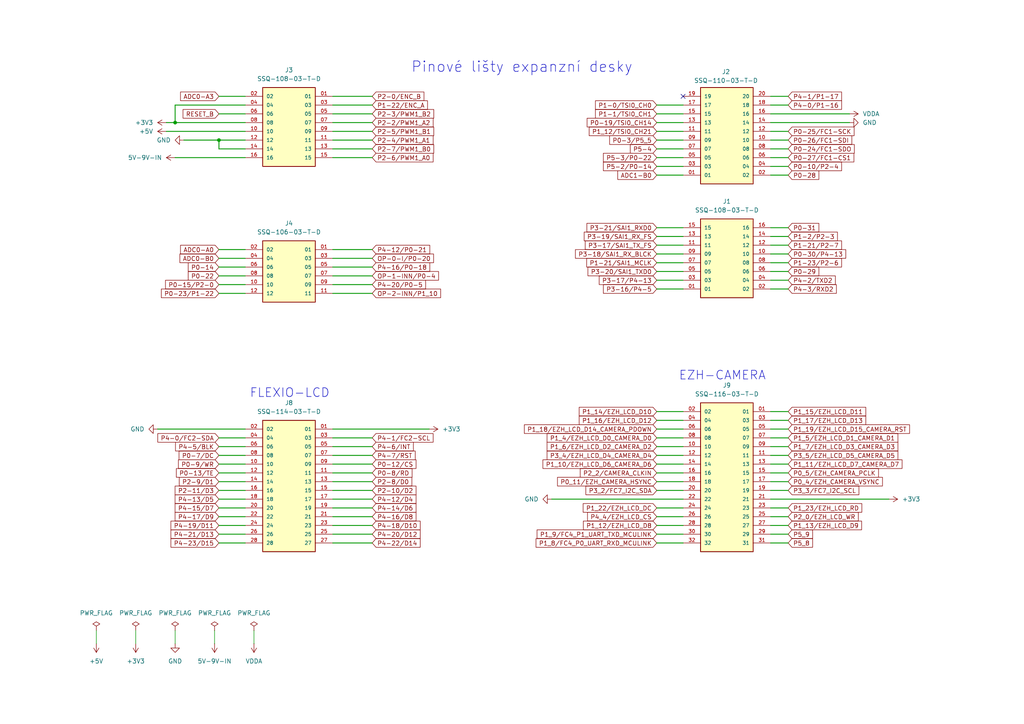
<source format=kicad_sch>
(kicad_sch (version 20231120) (generator "eeschema") (generator_version "8.0")
  (paper "A4")
  (title_block (title "Data Logger Expansion Shield") (date "2025-02-26") (rev "1.2") (company "Tomáš Dolák") (comment 1 "Bakaláská práce: Digitální záznamová jednotka s prevencí ztráty dat při výpadku napájení") (comment 2 "Failure") (comment 3 "Digital Data Logger with Information Loss Prevention in Case of Power"))
  (lib_symbols
    (symbol "SSQ-xxx-03-T-D:SSQ-106-03-T-D" (pin_names (offset 1.016))
      (property "Reference" "J" (at -8.12 10.16 0))
      (property "Value" "SSQ-106-03-T-D" (at -7.62 -10.16 0))
      (symbol "SSQ-106-03-T-D_0_0"
        (rectangle (start -7.62 -7.62) (end 7.62 10.16) (stroke (width 0.254)) (fill (type background)))
        (pin passive line (at -12.7 7.62 0) (length 5.08) (name "01") (number "01"))
        (pin passive line (at 12.7 7.62 180) (length 5.08) (name "02") (number "02"))
        (pin passive line (at -12.7 5.08 0) (length 5.08) (name "03") (number "03"))
        (pin passive line (at 12.7 5.08 180) (length 5.08) (name "04") (number "04"))
        (pin passive line (at -12.7 2.54 0) (length 5.08) (name "05") (number "05"))
        (pin passive line (at 12.7 2.54 180) (length 5.08) (name "06") (number "06"))
        (pin passive line (at -12.7 0 0) (length 5.08) (name "07") (number "07"))
        (pin passive line (at 12.7 0 180) (length 5.08) (name "08") (number "08"))
        (pin passive line (at -12.7 -2.54 0) (length 5.08) (name "09") (number "09"))
        (pin passive line (at 12.7 -2.54 180) (length 5.08) (name "10") (number "10"))
        (pin passive line (at -12.7 -5.08 0) (length 5.08) (name "11") (number "11"))
        (pin passive line (at 12.7 -5.08 180) (length 5.08) (name "12") (number "12"))
      )
    )
    (symbol "SSQ-xxx-03-T-D:SSQ-108-XX-X-D" (pin_names (offset 1.016))
      (property "Reference" "J" (at -7.62 10.922 0))
      (property "Value" "SSQ-108-XX-X-D" (at -7.62 -13.462 0))
      (symbol "SSQ-108-XX-X-D_0_0"
        (rectangle (start -7.62 -12.7) (end 7.62 10.16) (stroke (width 0.254)) (fill (type background)))
        (pin passive line (at -12.7 7.62 0) (length 5.08) (name "01") (number "01"))
        (pin passive line (at 12.7 7.62 180) (length 5.08) (name "02") (number "02"))
        (pin passive line (at -12.7 5.08 0) (length 5.08) (name "03") (number "03"))
        (pin passive line (at 12.7 5.08 180) (length 5.08) (name "04") (number "04"))
        (pin passive line (at -12.7 2.54 0) (length 5.08) (name "05") (number "05"))
        (pin passive line (at 12.7 2.54 180) (length 5.08) (name "06") (number "06"))
        (pin passive line (at -12.7 0 0) (length 5.08) (name "07") (number "07"))
        (pin passive line (at 12.7 0 180) (length 5.08) (name "08") (number "08"))
        (pin passive line (at -12.7 -2.54 0) (length 5.08) (name "09") (number "09"))
        (pin passive line (at 12.7 -2.54 180) (length 5.08) (name "10") (number "10"))
        (pin passive line (at -12.7 -5.08 0) (length 5.08) (name "11") (number "11"))
        (pin passive line (at 12.7 -5.08 180) (length 5.08) (name "12") (number "12"))
        (pin passive line (at -12.7 -7.62 0) (length 5.08) (name "13") (number "13"))
        (pin passive line (at 12.7 -7.62 180) (length 5.08) (name "14") (number "14"))
        (pin passive line (at -12.7 -10.16 0) (length 5.08) (name "15") (number "15"))
        (pin passive line (at 12.7 -10.16 180) (length 5.08) (name "16") (number "16"))
      )
    )
    (symbol "SSQ-xxx-03-T-D:SSQ-110-03-T-D" (pin_names (offset 1.016))
      (property "Reference" "J" (at -8.12 15.24 0))
      (property "Value" "SSQ-110-03-T-D" (at -7.62 -15.24 0))
      (symbol "SSQ-110-03-T-D_0_0"
        (rectangle (start -7.62 -12.7) (end 7.62 15.24) (stroke (width 0.254)) (fill (type background)))
        (pin passive line (at -12.7 12.7 0) (length 5.08) (name "01") (number "01"))
        (pin passive line (at 12.7 12.7 180) (length 5.08) (name "02") (number "02"))
        (pin passive line (at -12.7 10.16 0) (length 5.08) (name "03") (number "03"))
        (pin passive line (at 12.7 10.16 180) (length 5.08) (name "04") (number "04"))
        (pin passive line (at -12.7 7.62 0) (length 5.08) (name "05") (number "05"))
        (pin passive line (at 12.7 7.62 180) (length 5.08) (name "06") (number "06"))
        (pin passive line (at -12.7 5.08 0) (length 5.08) (name "07") (number "07"))
        (pin passive line (at 12.7 5.08 180) (length 5.08) (name "08") (number "08"))
        (pin passive line (at -12.7 2.54 0) (length 5.08) (name "09") (number "09"))
        (pin passive line (at 12.7 2.54 180) (length 5.08) (name "10") (number "10"))
        (pin passive line (at -12.7 0 0) (length 5.08) (name "11") (number "11"))
        (pin passive line (at 12.7 0 180) (length 5.08) (name "12") (number "12"))
        (pin passive line (at -12.7 -2.54 0) (length 5.08) (name "13") (number "13"))
        (pin passive line (at 12.7 -2.54 180) (length 5.08) (name "14") (number "14"))
        (pin passive line (at -12.7 -5.08 0) (length 5.08) (name "15") (number "15"))
        (pin passive line (at 12.7 -5.08 180) (length 5.08) (name "16") (number "16"))
        (pin passive line (at -12.7 -7.62 0) (length 5.08) (name "17") (number "17"))
        (pin passive line (at 12.7 -7.62 180) (length 5.08) (name "18") (number "18"))
        (pin passive line (at -12.7 -10.16 0) (length 5.08) (name "19") (number "19"))
        (pin passive line (at 12.7 -10.16 180) (length 5.08) (name "20") (number "20"))
      )
    )
    (symbol "SSQ-xxx-03-T-D:SSQ-114-03-T-D" (pin_names (offset 1.016))
      (property "Reference" "J" (at -8.12 20.32 0))
      (property "Value" "SSQ-114-03-T-D" (at -7.62 -20.32 0))
      (symbol "SSQ-114-03-T-D_0_0"
        (rectangle (start -7.62 -17.78) (end 7.62 20.32) (stroke (width 0.254)) (fill (type background)))
        (pin passive line (at -12.7 17.78 0) (length 5.08) (name "01") (number "01"))
        (pin passive line (at 12.7 17.78 180) (length 5.08) (name "02") (number "02"))
        (pin passive line (at -12.7 15.24 0) (length 5.08) (name "03") (number "03"))
        (pin passive line (at 12.7 15.24 180) (length 5.08) (name "04") (number "04"))
        (pin passive line (at -12.7 12.7 0) (length 5.08) (name "05") (number "05"))
        (pin passive line (at 12.7 12.7 180) (length 5.08) (name "06") (number "06"))
        (pin passive line (at -12.7 10.16 0) (length 5.08) (name "07") (number "07"))
        (pin passive line (at 12.7 10.16 180) (length 5.08) (name "08") (number "08"))
        (pin passive line (at -12.7 7.62 0) (length 5.08) (name "09") (number "09"))
        (pin passive line (at 12.7 7.62 180) (length 5.08) (name "10") (number "10"))
        (pin passive line (at -12.7 5.08 0) (length 5.08) (name "11") (number "11"))
        (pin passive line (at 12.7 5.08 180) (length 5.08) (name "12") (number "12"))
        (pin passive line (at -12.7 2.54 0) (length 5.08) (name "13") (number "13"))
        (pin passive line (at 12.7 2.54 180) (length 5.08) (name "14") (number "14"))
        (pin passive line (at -12.7 0 0) (length 5.08) (name "15") (number "15"))
        (pin passive line (at 12.7 0 180) (length 5.08) (name "16") (number "16"))
        (pin passive line (at -12.7 -2.54 0) (length 5.08) (name "17") (number "17"))
        (pin passive line (at 12.7 -2.54 180) (length 5.08) (name "18") (number "18"))
        (pin passive line (at -12.7 -5.08 0) (length 5.08) (name "19") (number "19"))
        (pin passive line (at 12.7 -5.08 180) (length 5.08) (name "20") (number "20"))
        (pin passive line (at -12.7 -7.62 0) (length 5.08) (name "21") (number "21"))
        (pin passive line (at 12.7 -7.62 180) (length 5.08) (name "22") (number "22"))
        (pin passive line (at -12.7 -10.16 0) (length 5.08) (name "23") (number "23"))
        (pin passive line (at 12.7 -10.16 180) (length 5.08) (name "24") (number "24"))
        (pin passive line (at -12.7 -12.7 0) (length 5.08) (name "25") (number "25"))
        (pin passive line (at 12.7 -12.7 180) (length 5.08) (name "26") (number "26"))
        (pin passive line (at -12.7 -15.24 0) (length 5.08) (name "27") (number "27"))
        (pin passive line (at 12.7 -15.24 180) (length 5.08) (name "28") (number "28"))
      )
    )
    (symbol "SSQ-xxx-03-T-D:SSQ-116-XX-X-D" (pin_names (offset 1.016))
      (property "Reference" "J" (at -7.62 21.082 0))
      (property "Value" "SSQ-116-XX-X-D" (at -7.62 -23.622 0))
      (symbol "SSQ-116-XX-X-D_0_0"
        (rectangle (start -7.62 -22.86) (end 7.62 20.32) (stroke (width 0.254)) (fill (type background)))
        (pin passive line (at -12.7 17.78 0) (length 5.08) (name "01") (number "01"))
        (pin passive line (at 12.7 17.78 180) (length 5.08) (name "02") (number "02"))
        (pin passive line (at -12.7 15.24 0) (length 5.08) (name "03") (number "03"))
        (pin passive line (at 12.7 15.24 180) (length 5.08) (name "04") (number "04"))
        (pin passive line (at -12.7 12.7 0) (length 5.08) (name "05") (number "05"))
        (pin passive line (at 12.7 12.7 180) (length 5.08) (name "06") (number "06"))
        (pin passive line (at -12.7 10.16 0) (length 5.08) (name "07") (number "07"))
        (pin passive line (at 12.7 10.16 180) (length 5.08) (name "08") (number "08"))
        (pin passive line (at -12.7 7.62 0) (length 5.08) (name "09") (number "09"))
        (pin passive line (at 12.7 7.62 180) (length 5.08) (name "10") (number "10"))
        (pin passive line (at -12.7 5.08 0) (length 5.08) (name "11") (number "11"))
        (pin passive line (at 12.7 5.08 180) (length 5.08) (name "12") (number "12"))
        (pin passive line (at -12.7 2.54 0) (length 5.08) (name "13") (number "13"))
        (pin passive line (at 12.7 2.54 180) (length 5.08) (name "14") (number "14"))
        (pin passive line (at -12.7 0 0) (length 5.08) (name "15") (number "15"))
        (pin passive line (at 12.7 0 180) (length 5.08) (name "16") (number "16"))
        (pin passive line (at -12.7 -2.54 0) (length 5.08) (name "17") (number "17"))
        (pin passive line (at 12.7 -2.54 180) (length 5.08) (name "18") (number "18"))
        (pin passive line (at -12.7 -5.08 0) (length 5.08) (name "19") (number "19"))
        (pin passive line (at 12.7 -5.08 180) (length 5.08) (name "20") (number "20"))
        (pin passive line (at -12.7 -7.62 0) (length 5.08) (name "21") (number "21"))
        (pin passive line (at 12.7 -7.62 180) (length 5.08) (name "22") (number "22"))
        (pin passive line (at -12.7 -10.16 0) (length 5.08) (name "23") (number "23"))
        (pin passive line (at 12.7 -10.16 180) (length 5.08) (name "24") (number "24"))
        (pin passive line (at -12.7 -12.7 0) (length 5.08) (name "25") (number "25"))
        (pin passive line (at 12.7 -12.7 180) (length 5.08) (name "26") (number "26"))
        (pin passive line (at -12.7 -15.24 0) (length 5.08) (name "27") (number "27"))
        (pin passive line (at 12.7 -15.24 180) (length 5.08) (name "28") (number "28"))
        (pin passive line (at -12.7 -17.78 0) (length 5.08) (name "29") (number "29"))
        (pin passive line (at 12.7 -17.78 180) (length 5.08) (name "30") (number "30"))
        (pin passive line (at -12.7 -20.32 0) (length 5.08) (name "31") (number "31"))
        (pin passive line (at 12.7 -20.32 180) (length 5.08) (name "32") (number "32"))
      )
    )
    (symbol "power:+3V3" (power) (pin_numbers hide) (pin_names (offset 0) hide)
      (property "Value" "+3V3" (at 0 3.556 0))
      (symbol "+3V3_0_1"
        (polyline (pts (xy -0.762 1.27) (xy 0 2.54)))
        (polyline (pts (xy 0 0) (xy 0 2.54)))
        (polyline (pts (xy 0 2.54) (xy 0.762 1.27)))
      )
      (symbol "+3V3_1_1"
        (pin power_in line (at 0 0 90) (length 0) (name "~") (number "1"))
      )
    )
    (symbol "power:+5V" (power) (pin_numbers hide) (pin_names (offset 0) hide)
      (property "Value" "+5V" (at 0 3.556 0))
      (symbol "+5V_0_1"
        (polyline (pts (xy -0.762 1.27) (xy 0 2.54)))
        (polyline (pts (xy 0 0) (xy 0 2.54)))
        (polyline (pts (xy 0 2.54) (xy 0.762 1.27)))
      )
      (symbol "+5V_1_1"
        (pin power_in line (at 0 0 90) (length 0) (name "~") (number "1"))
      )
    )
    (symbol "power:+VSW" (power) (pin_numbers hide) (pin_names (offset 0) hide)
      (property "Value" "+VSW" (at 0 3.556 0))
      (symbol "+VSW_0_1"
        (polyline (pts (xy -0.762 1.27) (xy 0 2.54)))
        (polyline (pts (xy 0 0) (xy 0 2.54)))
        (polyline (pts (xy 0 2.54) (xy 0.762 1.27)))
      )
      (symbol "+VSW_1_1"
        (pin power_in line (at 0 0 90) (length 0) (name "~") (number "1"))
      )
    )
    (symbol "power:GND" (power) (pin_numbers hide) (pin_names (offset 0) hide)
      (property "Value" "GND" (at 0 -3.81 0))
      (symbol "GND_0_1"
        (polyline (pts (xy 0 0) (xy 0 -1.27) (xy 1.27 -1.27) (xy 0 -2.54) (xy -1.27 -1.27) (xy 0 -1.27)))
      )
      (symbol "GND_1_1"
        (pin power_in line (at 0 0 270) (length 0) (name "~") (number "1"))
      )
    )
    (symbol "power:PWR_FLAG" (power) (pin_numbers hide) (pin_names (offset 0) hide)
      (property "Value" "PWR_FLAG" (at 0 3.81 0))
      (symbol "PWR_FLAG_0_0"
        (pin power_out line (at 0 0 90) (length 0) (name "~") (number "1"))
      )
      (symbol "PWR_FLAG_0_1"
        (polyline (pts (xy 0 0) (xy 0 1.27) (xy -1.016 1.905) (xy 0 2.54) (xy 1.016 1.905) (xy 0 1.27)))
      )
    )
  )
  (junction (at 50.8 35.56))
  (junction (at 63.5 40.64))
  (no_connect (at 198.12 27.94))
  (wire (pts (xy 190.5 45.72) (xy 198.12 45.72)) (stroke (width 0.254)))
  (wire (pts (xy 223.52 33.02) (xy 246.38 33.02)) (stroke (width 0.254)))
  (wire (pts (xy 223.52 144.78) (xy 257.81 144.78)) (stroke (width 0.254)))
  (wire (pts (xy 190.5 157.48) (xy 198.12 157.48)) (stroke (width 0.254)))
  (wire (pts (xy 190.5 147.32) (xy 198.12 147.32)) (stroke (width 0.254)))
  (wire (pts (xy 71.12 33.02) (xy 63.5 33.02)) (stroke (width 0.254)))
  (wire (pts (xy 63.5 147.32) (xy 71.12 147.32)) (stroke (width 0.254)))
  (wire (pts (xy 71.12 74.93) (xy 63.5 74.93)) (stroke (width 0.254)))
  (wire (pts (xy 223.52 129.54) (xy 228.6 129.54)) (stroke (width 0.254)))
  (wire (pts (xy 190.5 121.92) (xy 198.12 121.92)) (stroke (width 0.254)))
  (wire (pts (xy 71.12 124.46) (xy 45.72 124.46)) (stroke (width 0.254)))
  (wire (pts (xy 223.52 147.32) (xy 228.6 147.32)) (stroke (width 0.254)))
  (wire (pts (xy 71.12 35.56) (xy 50.8 35.56)) (stroke (width 0.254)))
  (wire (pts (xy 96.52 30.48) (xy 107.95 30.48)) (stroke (width 0.254)))
  (wire (pts (xy 63.5 134.62) (xy 71.12 134.62)) (stroke (width 0.254)))
  (wire (pts (xy 190.5 81.28) (xy 198.12 81.28)) (stroke (width 0.254)))
  (wire (pts (xy 96.52 124.46) (xy 124.46 124.46)) (stroke (width 0.254)))
  (wire (pts (xy 96.52 85.09) (xy 107.95 85.09)) (stroke (width 0.254)))
  (wire (pts (xy 223.52 48.26) (xy 228.6 48.26)) (stroke (width 0.254)))
  (wire (pts (xy 190.5 48.26) (xy 198.12 48.26)) (stroke (width 0.254)))
  (wire (pts (xy 96.52 129.54) (xy 107.95 129.54)) (stroke (width 0.254)))
  (wire (pts (xy 96.52 40.64) (xy 107.95 40.64)) (stroke (width 0.254)))
  (wire (pts (xy 190.5 76.2) (xy 198.12 76.2)) (stroke (width 0.254)))
  (wire (pts (xy 96.52 132.08) (xy 107.95 132.08)) (stroke (width 0.254)))
  (wire (pts (xy 96.52 38.1) (xy 107.95 38.1)) (stroke (width 0.254)))
  (wire (pts (xy 190.5 134.62) (xy 198.12 134.62)) (stroke (width 0.254)))
  (wire (pts (xy 71.12 80.01) (xy 63.5 80.01)) (stroke (width 0.254)))
  (wire (pts (xy 223.52 124.46) (xy 228.6 124.46)) (stroke (width 0.254)))
  (wire (pts (xy 96.52 142.24) (xy 107.95 142.24)) (stroke (width 0.254)))
  (wire (pts (xy 190.5 142.24) (xy 198.12 142.24)) (stroke (width 0.254)))
  (wire (pts (xy 71.12 72.39) (xy 63.5 72.39)) (stroke (width 0.254)))
  (wire (pts (xy 96.52 43.18) (xy 107.95 43.18)) (stroke (width 0.254)))
  (wire (pts (xy 63.5 40.64) (xy 53.34 40.64)) (stroke (width 0.254)))
  (wire (pts (xy 223.52 38.1) (xy 228.6 38.1)) (stroke (width 0.254)))
  (wire (pts (xy 71.12 30.48) (xy 50.8 30.48)) (stroke (width 0.254)))
  (wire (pts (xy 96.52 137.16) (xy 107.95 137.16)) (stroke (width 0.254)))
  (wire (pts (xy 71.12 85.09) (xy 63.5 85.09)) (stroke (width 0.254)))
  (wire (pts (xy 223.52 142.24) (xy 228.6 142.24)) (stroke (width 0.254)))
  (wire (pts (xy 190.5 124.46) (xy 198.12 124.46)) (stroke (width 0.254)))
  (wire (pts (xy 223.52 127) (xy 228.6 127)) (stroke (width 0.254)))
  (wire (pts (xy 223.52 68.58) (xy 228.6 68.58)) (stroke (width 0.254)))
  (wire (pts (xy 190.5 33.02) (xy 198.12 33.02)) (stroke (width 0.254)))
  (wire (pts (xy 223.52 149.86) (xy 228.6 149.86)) (stroke (width 0.254)))
  (wire (pts (xy 96.52 35.56) (xy 107.95 35.56)) (stroke (width 0.254)))
  (wire (pts (xy 160.02 144.78) (xy 198.12 144.78)) (stroke (width 0.254)))
  (wire (pts (xy 223.52 134.62) (xy 228.6 134.62)) (stroke (width 0.254)))
  (wire (pts (xy 63.5 149.86) (xy 71.12 149.86)) (stroke (width 0.254)))
  (wire (pts (xy 223.52 78.74) (xy 228.6 78.74)) (stroke (width 0.254)))
  (wire (pts (xy 96.52 74.93) (xy 107.95 74.93)) (stroke (width 0.254)))
  (wire (pts (xy 223.52 132.08) (xy 228.6 132.08)) (stroke (width 0.254)))
  (wire (pts (xy 223.52 43.18) (xy 228.6 43.18)) (stroke (width 0.254)))
  (wire (pts (xy 223.52 76.2) (xy 228.6 76.2)) (stroke (width 0.254)))
  (wire (pts (xy 63.5 132.08) (xy 71.12 132.08)) (stroke (width 0.254)))
  (wire (pts (xy 71.12 77.47) (xy 63.5 77.47)) (stroke (width 0.254)))
  (wire (pts (xy 190.5 38.1) (xy 198.12 38.1)) (stroke (width 0.254)))
  (wire (pts (xy 63.5 129.54) (xy 71.12 129.54)) (stroke (width 0.254)))
  (wire (pts (xy 190.5 68.58) (xy 198.12 68.58)) (stroke (width 0.254)))
  (wire (pts (xy 190.5 149.86) (xy 198.12 149.86)) (stroke (width 0.254)))
  (wire (pts (xy 62.23 182.88) (xy 62.23 186.69)))
  (wire (pts (xy 71.12 40.64) (xy 63.5 40.64)) (stroke (width 0.254)))
  (wire (pts (xy 223.52 121.92) (xy 228.6 121.92)) (stroke (width 0.254)))
  (wire (pts (xy 63.5 142.24) (xy 71.12 142.24)) (stroke (width 0.254)))
  (wire (pts (xy 190.5 132.08) (xy 198.12 132.08)) (stroke (width 0.254)))
  (wire (pts (xy 63.5 139.7) (xy 71.12 139.7)) (stroke (width 0.254)))
  (wire (pts (xy 73.66 182.88) (xy 73.66 186.69)))
  (wire (pts (xy 223.52 73.66) (xy 228.6 73.66)) (stroke (width 0.254)))
  (wire (pts (xy 223.52 154.94) (xy 228.6 154.94)) (stroke (width 0.254)))
  (wire (pts (xy 63.5 157.48) (xy 71.12 157.48)) (stroke (width 0.254)))
  (wire (pts (xy 96.52 45.72) (xy 107.95 45.72)) (stroke (width 0.254)))
  (wire (pts (xy 223.52 66.04) (xy 228.6 66.04)) (stroke (width 0.254)))
  (wire (pts (xy 27.94 186.69) (xy 27.94 182.88)))
  (wire (pts (xy 63.5 127) (xy 71.12 127)) (stroke (width 0.254)))
  (wire (pts (xy 63.5 43.18) (xy 63.5 40.64)) (stroke (width 0.254)))
  (wire (pts (xy 223.52 30.48) (xy 228.6 30.48)) (stroke (width 0.254)))
  (wire (pts (xy 223.52 40.64) (xy 228.6 40.64)) (stroke (width 0.254)))
  (wire (pts (xy 96.52 154.94) (xy 107.95 154.94)) (stroke (width 0.254)))
  (wire (pts (xy 223.52 139.7) (xy 228.6 139.7)) (stroke (width 0.254)))
  (wire (pts (xy 190.5 66.04) (xy 198.12 66.04)) (stroke (width 0.254)))
  (wire (pts (xy 223.52 83.82) (xy 228.6 83.82)) (stroke (width 0.254)))
  (wire (pts (xy 96.52 152.4) (xy 107.95 152.4)) (stroke (width 0.254)))
  (wire (pts (xy 63.5 144.78) (xy 71.12 144.78)) (stroke (width 0.254)))
  (wire (pts (xy 50.8 182.88) (xy 50.8 186.69)))
  (wire (pts (xy 223.52 35.56) (xy 246.38 35.56)) (stroke (width 0.254)))
  (wire (pts (xy 71.12 27.94) (xy 63.5 27.94)) (stroke (width 0.254)))
  (wire (pts (xy 190.5 83.82) (xy 198.12 83.82)) (stroke (width 0.254)))
  (wire (pts (xy 190.5 139.7) (xy 198.12 139.7)) (stroke (width 0.254)))
  (wire (pts (xy 223.52 45.72) (xy 228.6 45.72)) (stroke (width 0.254)))
  (wire (pts (xy 190.5 71.12) (xy 198.12 71.12)) (stroke (width 0.254)))
  (wire (pts (xy 223.52 50.8) (xy 228.6 50.8)) (stroke (width 0.254)))
  (wire (pts (xy 96.52 77.47) (xy 107.95 77.47)) (stroke (width 0.254)))
  (wire (pts (xy 190.5 50.8) (xy 198.12 50.8)) (stroke (width 0.254)))
  (wire (pts (xy 96.52 27.94) (xy 107.95 27.94)) (stroke (width 0.254)))
  (wire (pts (xy 190.5 137.16) (xy 198.12 137.16)) (stroke (width 0.254)))
  (wire (pts (xy 223.52 152.4) (xy 228.6 152.4)) (stroke (width 0.254)))
  (wire (pts (xy 223.52 81.28) (xy 228.6 81.28)) (stroke (width 0.254)))
  (wire (pts (xy 50.8 30.48) (xy 50.8 35.56)) (stroke (width 0.254)))
  (wire (pts (xy 190.5 154.94) (xy 198.12 154.94)) (stroke (width 0.254)))
  (wire (pts (xy 71.12 43.18) (xy 63.5 43.18)) (stroke (width 0.254)))
  (wire (pts (xy 48.26 38.1) (xy 71.12 38.1)) (stroke (width 0.254)))
  (wire (pts (xy 190.5 43.18) (xy 198.12 43.18)) (stroke (width 0.254)))
  (wire (pts (xy 96.52 139.7) (xy 107.95 139.7)) (stroke (width 0.254)))
  (wire (pts (xy 190.5 40.64) (xy 198.12 40.64)) (stroke (width 0.254)))
  (wire (pts (xy 190.5 127) (xy 198.12 127)) (stroke (width 0.254)))
  (wire (pts (xy 223.52 157.48) (xy 228.6 157.48)) (stroke (width 0.254)))
  (wire (pts (xy 96.52 149.86) (xy 107.95 149.86)) (stroke (width 0.254)))
  (wire (pts (xy 50.8 35.56) (xy 48.26 35.56)) (stroke (width 0.254)))
  (wire (pts (xy 96.52 33.02) (xy 107.95 33.02)) (stroke (width 0.254)))
  (wire (pts (xy 63.5 152.4) (xy 71.12 152.4)) (stroke (width 0.254)))
  (wire (pts (xy 190.5 30.48) (xy 198.12 30.48)) (stroke (width 0.254)))
  (wire (pts (xy 71.12 82.55) (xy 63.5 82.55)) (stroke (width 0.254)))
  (wire (pts (xy 96.52 72.39) (xy 107.95 72.39)) (stroke (width 0.254)))
  (wire (pts (xy 96.52 157.48) (xy 107.95 157.48)) (stroke (width 0.254)))
  (wire (pts (xy 190.5 119.38) (xy 198.12 119.38)) (stroke (width 0.254)))
  (wire (pts (xy 223.52 137.16) (xy 228.6 137.16)) (stroke (width 0.254)))
  (wire (pts (xy 96.52 82.55) (xy 107.95 82.55)) (stroke (width 0.254)))
  (wire (pts (xy 71.12 45.72) (xy 50.8 45.72)) (stroke (width 0.254)))
  (wire (pts (xy 223.52 71.12) (xy 228.6 71.12)) (stroke (width 0.254)))
  (wire (pts (xy 63.5 154.94) (xy 71.12 154.94)) (stroke (width 0.254)))
  (wire (pts (xy 96.52 147.32) (xy 107.95 147.32)) (stroke (width 0.254)))
  (wire (pts (xy 96.52 144.78) (xy 107.95 144.78)) (stroke (width 0.254)))
  (wire (pts (xy 223.52 27.94) (xy 228.6 27.94)) (stroke (width 0.254)))
  (wire (pts (xy 96.52 134.62) (xy 107.95 134.62)) (stroke (width 0.254)))
  (wire (pts (xy 96.52 80.01) (xy 107.95 80.01)) (stroke (width 0.254)))
  (wire (pts (xy 223.52 119.38) (xy 228.6 119.38)) (stroke (width 0.254)))
  (wire (pts (xy 190.5 73.66) (xy 198.12 73.66)) (stroke (width 0.254)))
  (wire (pts (xy 63.5 137.16) (xy 71.12 137.16)) (stroke (width 0.254)))
  (wire (pts (xy 190.5 129.54) (xy 198.12 129.54)) (stroke (width 0.254)))
  (wire (pts (xy 190.5 78.74) (xy 198.12 78.74)) (stroke (width 0.254)))
  (wire (pts (xy 96.52 127) (xy 107.95 127)) (stroke (width 0.254)))
  (wire (pts (xy 190.5 35.56) (xy 198.12 35.56)) (stroke (width 0.254)))
  (wire (pts (xy 39.37 186.69) (xy 39.37 182.88)))
  (wire (pts (xy 190.5 152.4) (xy 198.12 152.4)) (stroke (width 0.254)))
  (text "FLEXIO-LCD" (at 72.39 115.57 0) (effects (font (size 2.54 2.54)) (justify left bottom)))
  (text "Pinové lišty expanzní desky" (at 151.384 19.558 0) (effects (font (size 3.048 3.048))))
  (text "EZH-CAMERA" (at 196.85 110.49 0) (effects (font (size 2.54 2.54)) (justify left bottom)))
  (global_label "P4-14{slash}D6" (shape input) (at 107.95 147.32 0) (property "Intersheetrefs" "${INTERSHEET_REFS}" (effects (hide yes))))
  (global_label "P4-23{slash}D15" (shape input) (at 63.5 157.48 180) (property "Intersheetrefs" "${INTERSHEET_REFS}" (effects (hide yes))))
  (global_label "P2_2{slash}CAMERA_CLKIN" (shape input) (at 190.5 137.16 180) (property "Intersheetrefs" "${INTERSHEET_REFS}" (effects (hide yes))))
  (global_label "P0-3{slash}P5_5" (shape input) (at 190.5 40.64 180) (property "Intersheetrefs" "${INTERSHEET_REFS}" (effects (hide yes))))
  (global_label "P0-24{slash}FC1-SDO" (shape input) (at 228.6 43.18 0) (property "Intersheetrefs" "${INTERSHEET_REFS}" (effects (hide yes))))
  (global_label "P1_5{slash}EZH_LCD_D1_CAMERA_D1" (shape input) (at 228.6 127 0) (property "Intersheetrefs" "${INTERSHEET_REFS}" (effects (hide yes))))
  (global_label "P4-5{slash}BLK" (shape input) (at 63.5 129.54 180) (property "Intersheetrefs" "${INTERSHEET_REFS}" (effects (hide yes))))
  (global_label "P0-25{slash}FC1-SCK" (shape input) (at 228.6 38.1 0) (property "Intersheetrefs" "${INTERSHEET_REFS}" (effects (hide yes))))
  (global_label "P0-30{slash}P4-13" (shape input) (at 228.6 73.66 0) (property "Intersheetrefs" "${INTERSHEET_REFS}" (effects (hide yes))))
  (global_label "P1_8{slash}FC4_P0_UART_RXD_MCULINK" (shape input) (at 190.5 157.48 180) (property "Intersheetrefs" "${INTERSHEET_REFS}" (effects (hide yes))))
  (global_label "P1_17{slash}EZH_LCD_D13" (shape input) (at 228.6 121.92 0) (property "Intersheetrefs" "${INTERSHEET_REFS}" (effects (hide yes))))
  (global_label "P4_4{slash}EZH_LCD_CS" (shape input) (at 190.5 149.86 180) (property "Intersheetrefs" "${INTERSHEET_REFS}" (effects (hide yes))))
  (global_label "P0_11{slash}EZH_CAMERA_HSYNC" (shape input) (at 190.5 139.7 180) (property "Intersheetrefs" "${INTERSHEET_REFS}" (effects (hide yes))))
  (global_label "P2-10{slash}D2" (shape input) (at 107.95 142.24 0) (property "Intersheetrefs" "${INTERSHEET_REFS}" (effects (hide yes))))
  (global_label "P4-12{slash}P0-21" (shape input) (at 107.95 72.39 0) (property "Intersheetrefs" "${INTERSHEET_REFS}" (effects (hide yes))))
  (global_label "P4-22{slash}D14" (shape input) (at 107.95 157.48 0) (property "Intersheetrefs" "${INTERSHEET_REFS}" (effects (hide yes))))
  (global_label "P4-19{slash}D11" (shape input) (at 63.5 152.4 180) (property "Intersheetrefs" "${INTERSHEET_REFS}" (effects (hide yes))))
  (global_label "P0-12{slash}CS" (shape input) (at 107.95 134.62 0) (property "Intersheetrefs" "${INTERSHEET_REFS}" (effects (hide yes))))
  (global_label "P2-7{slash}PWM1_B0" (shape input) (at 107.95 43.18 0) (property "Intersheetrefs" "${INTERSHEET_REFS}" (effects (hide yes))))
  (global_label "P1_9{slash}FC4_P1_UART_TXD_MCULINK" (shape input) (at 190.5 154.94 180) (property "Intersheetrefs" "${INTERSHEET_REFS}" (effects (hide yes))))
  (global_label "P2-0{slash}ENC_B" (shape input) (at 107.95 27.94 0) (property "Intersheetrefs" "${INTERSHEET_REFS}" (effects (hide yes))))
  (global_label "P1_23{slash}EZH_LCD_RD" (shape input) (at 228.6 147.32 0) (property "Intersheetrefs" "${INTERSHEET_REFS}" (effects (hide yes))))
  (global_label "P1_6{slash}EZH_LCD_D2_CAMERA_D2" (shape input) (at 190.5 129.54 180) (property "Intersheetrefs" "${INTERSHEET_REFS}" (effects (hide yes))))
  (global_label "P3-16{slash}P4-5" (shape input) (at 190.5 83.82 180) (property "Intersheetrefs" "${INTERSHEET_REFS}" (effects (hide yes))))
  (global_label "P1_16{slash}EZH_LCD_D12" (shape input) (at 190.5 121.92 180) (property "Intersheetrefs" "${INTERSHEET_REFS}" (effects (hide yes))))
  (global_label "P3-21{slash}SAI1_RXD0" (shape input) (at 190.5 66.04 180) (property "Intersheetrefs" "${INTERSHEET_REFS}" (effects (hide yes))))
  (global_label "P0-15{slash}P2-0" (shape input) (at 63.5 82.55 180) (property "Intersheetrefs" "${INTERSHEET_REFS}" (effects (hide yes))))
  (global_label "P2_0{slash}EZH_LCD_WR" (shape input) (at 228.6 149.86 0) (property "Intersheetrefs" "${INTERSHEET_REFS}" (effects (hide yes))))
  (global_label "P2-3{slash}PWM1_B2" (shape input) (at 107.95 33.02 0) (property "Intersheetrefs" "${INTERSHEET_REFS}" (effects (hide yes))))
  (global_label "ADC0-A3" (shape input) (at 63.5 27.94 180) (property "Intersheetrefs" "${INTERSHEET_REFS}" (effects (hide yes))))
  (global_label "P3-17{slash}SAI1_TX_FS" (shape input) (at 190.5 71.12 180) (property "Intersheetrefs" "${INTERSHEET_REFS}" (effects (hide yes))))
  (global_label "P3-18{slash}SAI1_RX_BLCK" (shape input) (at 190.5 73.66 180) (property "Intersheetrefs" "${INTERSHEET_REFS}" (effects (hide yes))))
  (global_label "P0-7{slash}DC" (shape input) (at 63.5 132.08 180) (property "Intersheetrefs" "${INTERSHEET_REFS}" (effects (hide yes))))
  (global_label "P0-13{slash}TE" (shape input) (at 63.5 137.16 180) (property "Intersheetrefs" "${INTERSHEET_REFS}" (effects (hide yes))))
  (global_label "P3-17{slash}P4-13" (shape input) (at 190.5 81.28 180) (property "Intersheetrefs" "${INTERSHEET_REFS}" (effects (hide yes))))
  (global_label "P4-1{slash}P1-17" (shape input) (at 228.6 27.94 0) (property "Intersheetrefs" "${INTERSHEET_REFS}" (effects (hide yes))))
  (global_label "P4-0{slash}P1-16" (shape input) (at 228.6 30.48 0) (property "Intersheetrefs" "${INTERSHEET_REFS}" (effects (hide yes))))
  (global_label "RESET_B" (shape input) (at 63.5 33.02 180) (property "Intersheetrefs" "${INTERSHEET_REFS}" (effects (hide yes))))
  (global_label "P1-21{slash}P2-7" (shape input) (at 228.6 71.12 0) (property "Intersheetrefs" "${INTERSHEET_REFS}" (effects (hide yes))))
  (global_label "ADC1-B0" (shape input) (at 190.5 50.8 180) (property "Intersheetrefs" "${INTERSHEET_REFS}" (effects (hide yes))))
  (global_label "P0-28" (shape input) (at 228.6 50.8 0) (property "Intersheetrefs" "${INTERSHEET_REFS}" (effects (hide yes))))
  (global_label "ADC0-A0" (shape input) (at 63.5 72.39 180) (property "Intersheetrefs" "${INTERSHEET_REFS}" (effects (hide yes))))
  (global_label "P1_12{slash}TSI0_CH21" (shape input) (at 190.5 38.1 180) (property "Intersheetrefs" "${INTERSHEET_REFS}" (effects (hide yes))))
  (global_label "P5_9" (shape input) (at 228.6 154.94 0) (property "Intersheetrefs" "${INTERSHEET_REFS}" (effects (hide yes))))
  (global_label "P2-11{slash}D3" (shape input) (at 63.5 142.24 180) (property "Intersheetrefs" "${INTERSHEET_REFS}" (effects (hide yes))))
  (global_label "P1_10{slash}EZH_LCD_D6_CAMERA_D6" (shape input) (at 190.5 134.62 180) (property "Intersheetrefs" "${INTERSHEET_REFS}" (effects (hide yes))))
  (global_label "P4-1{slash}FC2-SCL" (shape input) (at 107.95 127 0) (property "Intersheetrefs" "${INTERSHEET_REFS}" (effects (hide yes))))
  (global_label "P0-22" (shape input) (at 63.5 80.01 180) (property "Intersheetrefs" "${INTERSHEET_REFS}" (effects (hide yes))))
  (global_label "P1-22{slash}ENC_A" (shape input) (at 107.95 30.48 0) (property "Intersheetrefs" "${INTERSHEET_REFS}" (effects (hide yes))))
  (global_label "P0-14" (shape input) (at 63.5 77.47 180) (property "Intersheetrefs" "${INTERSHEET_REFS}" (effects (hide yes))))
  (global_label "P1_19{slash}EZH_LCD_D15_CAMERA_RST" (shape input) (at 228.6 124.46 0) (property "Intersheetrefs" "${INTERSHEET_REFS}" (effects (hide yes))))
  (global_label "P4-16{slash}D8" (shape input) (at 107.95 149.86 0) (property "Intersheetrefs" "${INTERSHEET_REFS}" (effects (hide yes))))
  (global_label "P3_4{slash}EZH_LCD_D4_CAMERA_D4" (shape input) (at 190.5 132.08 180) (property "Intersheetrefs" "${INTERSHEET_REFS}" (effects (hide yes))))
  (global_label "P5-4" (shape input) (at 190.5 43.18 180) (property "Intersheetrefs" "${INTERSHEET_REFS}" (effects (hide yes))))
  (global_label "P1_12{slash}EZH_LCD_D8" (shape input) (at 190.5 152.4 180) (property "Intersheetrefs" "${INTERSHEET_REFS}" (effects (hide yes))))
  (global_label "P3_5{slash}EZH_LCD_D5_CAMERA_D5" (shape input) (at 228.6 132.08 0) (property "Intersheetrefs" "${INTERSHEET_REFS}" (effects (hide yes))))
  (global_label "P4-6{slash}INT" (shape input) (at 107.95 129.54 0) (property "Intersheetrefs" "${INTERSHEET_REFS}" (effects (hide yes))))
  (global_label "P0-31" (shape input) (at 228.6 66.04 0) (property "Intersheetrefs" "${INTERSHEET_REFS}" (effects (hide yes))))
  (global_label "P4-0{slash}FC2-SDA" (shape input) (at 63.5 127 180) (property "Intersheetrefs" "${INTERSHEET_REFS}" (effects (hide yes))))
  (global_label "P0_4{slash}EZH_CAMERA_VSYNC" (shape input) (at 228.6 139.7 0) (property "Intersheetrefs" "${INTERSHEET_REFS}" (effects (hide yes))))
  (global_label "P2-4{slash}PWM1_A1" (shape input) (at 107.95 40.64 0) (property "Intersheetrefs" "${INTERSHEET_REFS}" (effects (hide yes))))
  (global_label "P4-20{slash}P0-5" (shape input) (at 107.95 82.55 0) (property "Intersheetrefs" "${INTERSHEET_REFS}" (effects (hide yes))))
  (global_label "P2-9{slash}D1" (shape input) (at 63.5 139.7 180) (property "Intersheetrefs" "${INTERSHEET_REFS}" (effects (hide yes))))
  (global_label "P5-2{slash}P0-14" (shape input) (at 190.5 48.26 180) (property "Intersheetrefs" "${INTERSHEET_REFS}" (effects (hide yes))))
  (global_label "P0-8{slash}RD" (shape input) (at 107.95 137.16 0) (property "Intersheetrefs" "${INTERSHEET_REFS}" (effects (hide yes))))
  (global_label "P1_13{slash}EZH_LCD_D9" (shape input) (at 228.6 152.4 0) (property "Intersheetrefs" "${INTERSHEET_REFS}" (effects (hide yes))))
  (global_label "P2-8{slash}D0" (shape input) (at 107.95 139.7 0) (property "Intersheetrefs" "${INTERSHEET_REFS}" (effects (hide yes))))
  (global_label "ADC0-B0" (shape input) (at 63.5 74.93 180) (property "Intersheetrefs" "${INTERSHEET_REFS}" (effects (hide yes))))
  (global_label "P4-18{slash}D10" (shape input) (at 107.95 152.4 0) (property "Intersheetrefs" "${INTERSHEET_REFS}" (effects (hide yes))))
  (global_label "P0-9{slash}WR" (shape input) (at 63.5 134.62 180) (property "Intersheetrefs" "${INTERSHEET_REFS}" (effects (hide yes))))
  (global_label "P4-2{slash}TXD2" (shape input) (at 228.6 81.28 0) (property "Intersheetrefs" "${INTERSHEET_REFS}" (effects (hide yes))))
  (global_label "P0_5{slash}EZH_CAMERA_PCLK" (shape input) (at 228.6 137.16 0) (property "Intersheetrefs" "${INTERSHEET_REFS}" (effects (hide yes))))
  (global_label "P3-19{slash}SAI1_RX_FS" (shape input) (at 190.5 68.58 180) (property "Intersheetrefs" "${INTERSHEET_REFS}" (effects (hide yes))))
  (global_label "P1_15{slash}EZH_LCD_D11" (shape input) (at 228.6 119.38 0) (property "Intersheetrefs" "${INTERSHEET_REFS}" (effects (hide yes))))
  (global_label "P3_3{slash}FC7_I2C_SCL" (shape input) (at 228.6 142.24 0) (property "Intersheetrefs" "${INTERSHEET_REFS}" (effects (hide yes))))
  (global_label "P4-16{slash}P0-18" (shape input) (at 107.95 77.47 0) (property "Intersheetrefs" "${INTERSHEET_REFS}" (effects (hide yes))))
  (global_label "P1-21{slash}SAI1_MCLK" (shape input) (at 190.5 76.2 180) (property "Intersheetrefs" "${INTERSHEET_REFS}" (effects (hide yes))))
  (global_label "P5-3{slash}P0-22" (shape input) (at 190.5 45.72 180) (property "Intersheetrefs" "${INTERSHEET_REFS}" (effects (hide yes))))
  (global_label "P0-19{slash}TSI0_CH14" (shape input) (at 190.5 35.56 180) (property "Intersheetrefs" "${INTERSHEET_REFS}" (effects (hide yes))))
  (global_label "P5_8" (shape input) (at 228.6 157.48 0) (property "Intersheetrefs" "${INTERSHEET_REFS}" (effects (hide yes))))
  (global_label "P4-12{slash}D4" (shape input) (at 107.95 144.78 0) (property "Intersheetrefs" "${INTERSHEET_REFS}" (effects (hide yes))))
  (global_label "P1_22{slash}EZH_LCD_DC" (shape input) (at 190.5 147.32 180) (property "Intersheetrefs" "${INTERSHEET_REFS}" (effects (hide yes))))
  (global_label "P2-5{slash}PWM1_B1" (shape input) (at 107.95 38.1 0) (property "Intersheetrefs" "${INTERSHEET_REFS}" (effects (hide yes))))
  (global_label "P3-20{slash}SAI1_TXD0" (shape input) (at 190.5 78.74 180) (property "Intersheetrefs" "${INTERSHEET_REFS}" (effects (hide yes))))
  (global_label "P4-13{slash}D5" (shape input) (at 63.5 144.78 180) (property "Intersheetrefs" "${INTERSHEET_REFS}" (effects (hide yes))))
  (global_label "P1-23{slash}P2-6" (shape input) (at 228.6 76.2 0) (property "Intersheetrefs" "${INTERSHEET_REFS}" (effects (hide yes))))
  (global_label "P4-3{slash}RXD2" (shape input) (at 228.6 83.82 0) (property "Intersheetrefs" "${INTERSHEET_REFS}" (effects (hide yes))))
  (global_label "P4-21{slash}D13" (shape input) (at 63.5 154.94 180) (property "Intersheetrefs" "${INTERSHEET_REFS}" (effects (hide yes))))
  (global_label "P1_11{slash}EZH_LCD_D7_CAMERA_D7" (shape input) (at 228.6 134.62 0) (property "Intersheetrefs" "${INTERSHEET_REFS}" (effects (hide yes))))
  (global_label "P1_4{slash}EZH_LCD_D0_CAMERA_D0" (shape input) (at 190.5 127 180) (property "Intersheetrefs" "${INTERSHEET_REFS}" (effects (hide yes))))
  (global_label "P0-27{slash}FC1-CS1" (shape input) (at 228.6 45.72 0) (property "Intersheetrefs" "${INTERSHEET_REFS}" (effects (hide yes))))
  (global_label "P1-0{slash}TSI0_CH0" (shape input) (at 190.5 30.48 180) (property "Intersheetrefs" "${INTERSHEET_REFS}" (effects (hide yes))))
  (global_label "P1-2{slash}P2-3" (shape input) (at 228.6 68.58 0) (property "Intersheetrefs" "${INTERSHEET_REFS}" (effects (hide yes))))
  (global_label "OP-0-I{slash}P0-20" (shape input) (at 107.95 74.93 0) (property "Intersheetrefs" "${INTERSHEET_REFS}" (effects (hide yes))))
  (global_label "OP-1-INN{slash}P0-4" (shape input) (at 107.95 80.01 0) (property "Intersheetrefs" "${INTERSHEET_REFS}" (effects (hide yes))))
  (global_label "P1_18{slash}EZH_LCD_D14_CAMERA_PDOWN" (shape input) (at 190.5 124.46 180) (property "Intersheetrefs" "${INTERSHEET_REFS}" (effects (hide yes))))
  (global_label "P2-6{slash}PWM1_A0" (shape input) (at 107.95 45.72 0) (property "Intersheetrefs" "${INTERSHEET_REFS}" (effects (hide yes))))
  (global_label "P2-2{slash}PWM1_A2" (shape input) (at 107.95 35.56 0) (property "Intersheetrefs" "${INTERSHEET_REFS}" (effects (hide yes))))
  (global_label "P4-7{slash}RST" (shape input) (at 107.95 132.08 0) (property "Intersheetrefs" "${INTERSHEET_REFS}" (effects (hide yes))))
  (global_label "P0-23{slash}P1-22" (shape input) (at 63.5 85.09 180) (property "Intersheetrefs" "${INTERSHEET_REFS}" (effects (hide yes))))
  (global_label "P1-1{slash}TSI0_CH1" (shape input) (at 190.5 33.02 180) (property "Intersheetrefs" "${INTERSHEET_REFS}" (effects (hide yes))))
  (global_label "P3_2{slash}FC7_I2C_SDA" (shape input) (at 190.5 142.24 180) (property "Intersheetrefs" "${INTERSHEET_REFS}" (effects (hide yes))))
  (global_label "P1_7{slash}EZH_LCD_D3_CAMERA_D3" (shape input) (at 228.6 129.54 0) (property "Intersheetrefs" "${INTERSHEET_REFS}" (effects (hide yes))))
  (global_label "P0-10{slash}P2-4" (shape input) (at 228.6 48.26 0) (property "Intersheetrefs" "${INTERSHEET_REFS}" (effects (hide yes))))
  (global_label "P4-15{slash}D7" (shape input) (at 63.5 147.32 180) (property "Intersheetrefs" "${INTERSHEET_REFS}" (effects (hide yes))))
  (global_label "P0-26{slash}FC1-SDI" (shape input) (at 228.6 40.64 0) (property "Intersheetrefs" "${INTERSHEET_REFS}" (effects (hide yes))))
  (global_label "P4-20{slash}D12" (shape input) (at 107.95 154.94 0) (property "Intersheetrefs" "${INTERSHEET_REFS}" (effects (hide yes))))
  (global_label "OP-2-INN{slash}P1_10" (shape input) (at 107.95 85.09 0) (property "Intersheetrefs" "${INTERSHEET_REFS}" (effects (hide yes))))
  (global_label "P1_14{slash}EZH_LCD_D10" (shape input) (at 190.5 119.38 180) (property "Intersheetrefs" "${INTERSHEET_REFS}" (effects (hide yes))))
  (global_label "P4-17{slash}D9" (shape input) (at 63.5 149.86 180) (property "Intersheetrefs" "${INTERSHEET_REFS}" (effects (hide yes))))
  (global_label "P0-29" (shape input) (at 228.6 78.74 0) (property "Intersheetrefs" "${INTERSHEET_REFS}" (effects (hide yes))))
  (symbol (lib_id "SSQ-xxx-03-T-D:SSQ-116-XX-X-D") (at 210.82 137.16 0) (mirror y) (unit 1)
    (property "Reference" "J9" (at 210.82 111.76 0))
    (property "Value" "SSQ-116-03-T-D" (at 210.82 114.3 0))
    (property "Footprint" "SSQ-xxx-03-T-D:SAMTEC_SSQ-116-XX-X-D" (effects (hide yes)))
    (property "PARTREV" "A" (effects (hide yes)))
    (property "STANDARD" "Manufacturer Recommendations" (effects (hide yes)))
    (property "MAXIMUM_PACKAGE_HEIGHT" "8.51 mm" (effects (hide yes)))
    (property "MANUFACTURER" "Samtec" (effects (hide yes)))
  )
  (symbol (lib_id "SSQ-xxx-03-T-D:SSQ-108-XX-X-D") (at 210.82 76.2 0) (mirror x) (unit 1)
    (property "Reference" "J1" (at 210.82 58.42 0))
    (property "Value" "SSQ-108-03-T-D" (at 210.82 60.96 0))
    (property "Footprint" "SSQ-xxx-03-T-D:SAMTEC_SSQ-108-XX-X-D" (effects (hide yes)))
    (property "PARTREV" "A" (effects (hide yes)))
    (property "STANDARD" "Manufacturer Recommendations" (effects (hide yes)))
    (property "MAXIMUM_PACKAGE_HEIGHT" "8.51 mm" (effects (hide yes)))
    (property "MANUFACTURER" "Samtec" (effects (hide yes)))
  )
  (symbol (lib_id "SSQ-xxx-03-T-D:SSQ-110-03-T-D") (at 210.82 38.1 0) (mirror x) (unit 1)
    (property "Reference" "J2" (at 210.566 20.828 0))
    (property "Value" "SSQ-110-03-T-D" (at 210.566 23.368 0))
    (property "Footprint" "SSQ-xxx-03-T-D:SAMTEC_SSQ-110-03-T-D" (effects (hide yes)))
    (property "PARTREV" "R" (effects (hide yes)))
    (property "STANDARD" "Manufacturer Recommendations" (effects (hide yes)))
    (property "MANUFACTURER" "Samtec Inc." (effects (hide yes)))
  )
  (symbol (lib_id "power:+3V3") (at 39.37 186.69 180) (unit 1)
    (property "Reference" "#PWR021" (effects (hide yes)))
    (property "Value" "+3V3" (at 39.37 191.77 0))
    (property "Description" "Power symbol creates a global label with name \"+3V3\"" (effects (hide yes)))
  )
  (symbol (lib_id "power:PWR_FLAG") (at 27.94 182.88 0) (unit 1)
    (property "Reference" "#FLG01" (effects (hide yes)))
    (property "Value" "PWR_FLAG" (at 27.94 177.8 0))
    (property "Description" "Special symbol for telling ERC where power comes from" (effects (hide yes)))
  )
  (symbol (lib_id "power:+VSW") (at 246.38 33.02 270) (unit 1)
    (property "Reference" "#PWR010" (effects (hide yes)))
    (property "Value" "VDDA" (at 250.19 33.0199 90) (effects (justify left)))
    (property "Description" "Power symbol creates a global label with name \"VDDA\"" (effects (hide yes)))
  )
  (symbol (lib_id "SSQ-xxx-03-T-D:SSQ-108-XX-X-D") (at 83.82 35.56 0) (mirror y) (unit 1)
    (property "Reference" "J3" (at 83.82 20.32 0))
    (property "Value" "SSQ-108-03-T-D" (at 83.82 22.86 0))
    (property "Footprint" "SSQ-xxx-03-T-D:SAMTEC_SSQ-108-XX-X-D" (effects (hide yes)))
    (property "PARTREV" "A" (effects (hide yes)))
    (property "STANDARD" "Manufacturer Recommendations" (effects (hide yes)))
    (property "MAXIMUM_PACKAGE_HEIGHT" "8.51 mm" (effects (hide yes)))
    (property "MANUFACTURER" "Samtec" (effects (hide yes)))
  )
  (symbol (lib_id "power:PWR_FLAG") (at 73.66 182.88 0) (unit 1)
    (property "Reference" "#FLG07" (effects (hide yes)))
    (property "Value" "PWR_FLAG" (at 73.66 177.8 0))
    (property "Description" "Special symbol for telling ERC where power comes from" (effects (hide yes)))
  )
  (symbol (lib_id "SSQ-xxx-03-T-D:SSQ-106-03-T-D") (at 83.82 80.01 0) (mirror y) (unit 1)
    (property "Reference" "J4" (at 83.82 64.77 0))
    (property "Value" "SSQ-106-03-T-D" (at 83.82 67.31 0))
    (property "Footprint" "SSQ-xxx-03-T-D:SAMTEC_SSQ-106-03-T-D" (effects (hide yes)))
    (property "PARTREV" "R" (effects (hide yes)))
    (property "STANDARD" "Manufacturer Recommendations" (effects (hide yes)))
    (property "MANUFACTURER" "Samtec" (effects (hide yes)))
  )
  (symbol (lib_id "power:+3V3") (at 124.46 124.46 270) (unit 1)
    (property "Reference" "#PWR08" (effects (hide yes)))
    (property "Value" "+3V3" (at 128.27 124.4599 90) (effects (justify left)))
    (property "Description" "Power symbol creates a global label with name \"+3V3\"" (effects (hide yes)))
  )
  (symbol (lib_id "power:+VSW") (at 62.23 186.69 180) (unit 1)
    (property "Reference" "#PWR033" (effects (hide yes)))
    (property "Value" "5V-9V-IN" (at 62.23 191.77 0))
    (property "Description" "Power symbol creates a global label with name \"5V-9V-IN\"" (effects (hide yes)))
  )
  (symbol (lib_id "power:+5V") (at 48.26 38.1 90) (unit 1)
    (property "Reference" "#PWR03" (effects (hide yes)))
    (property "Value" "+5V" (at 44.45 38.0999 90) (effects (justify left)))
    (property "Description" "Power symbol creates a global label with name \"+5V\"" (effects (hide yes)))
  )
  (symbol (lib_id "power:GND") (at 45.72 124.46 270) (unit 1)
    (property "Reference" "#PWR05" (effects (hide yes)))
    (property "Value" "GND" (at 41.91 124.4599 90) (effects (justify right)))
    (property "Description" "Power symbol creates a global label with name \"GND\" , ground" (effects (hide yes)))
  )
  (symbol (lib_id "power:PWR_FLAG") (at 62.23 182.88 0) (unit 1)
    (property "Reference" "#FLG06" (effects (hide yes)))
    (property "Value" "PWR_FLAG" (at 62.23 177.8 0))
    (property "Description" "Special symbol for telling ERC where power comes from" (effects (hide yes)))
  )
  (symbol (lib_id "SSQ-xxx-03-T-D:SSQ-114-03-T-D") (at 83.82 142.24 0) (mirror y) (unit 1)
    (property "Reference" "J8" (at 83.82 116.84 0))
    (property "Value" "SSQ-114-03-T-D" (at 83.82 119.38 0))
    (property "Footprint" "SSQ-xxx-03-T-D:SAMTEC_SSQ-114-03-T-D" (effects (hide yes)))
    (property "PARTREV" "R" (effects (hide yes)))
    (property "STANDARD" "Manufacturer Recommendations" (effects (hide yes)))
    (property "MANUFACTURER" "Samtec" (effects (hide yes)))
  )
  (symbol (lib_id "power:GND") (at 50.8 186.69 0) (unit 1)
    (property "Reference" "#PWR032" (effects (hide yes)))
    (property "Value" "GND" (at 50.8 191.77 0))
    (property "Description" "Power symbol creates a global label with name \"GND\" , ground" (effects (hide yes)))
  )
  (symbol (lib_id "power:+3V3") (at 257.81 144.78 270) (unit 1)
    (property "Reference" "#PWR012" (effects (hide yes)))
    (property "Value" "+3V3" (at 261.62 144.7799 90) (effects (justify left)))
    (property "Description" "Power symbol creates a global label with name \"+3V3\"" (effects (hide yes)))
  )
  (symbol (lib_id "power:PWR_FLAG") (at 39.37 182.88 0) (unit 1)
    (property "Reference" "#FLG02" (effects (hide yes)))
    (property "Value" "PWR_FLAG" (at 39.37 177.8 0))
    (property "Description" "Special symbol for telling ERC where power comes from" (effects (hide yes)))
  )
  (symbol (lib_id "power:+VSW") (at 73.66 186.69 180) (unit 1)
    (property "Reference" "#PWR035" (effects (hide yes)))
    (property "Value" "VDDA" (at 73.66 191.77 0))
    (property "Description" "Power symbol creates a global label with name \"VDDA\"" (effects (hide yes)))
  )
  (symbol (lib_id "power:GND") (at 53.34 40.64 270) (unit 1)
    (property "Reference" "#PWR07" (effects (hide yes)))
    (property "Value" "GND" (at 49.53 40.6399 90) (effects (justify right)))
    (property "Description" "Power symbol creates a global label with name \"GND\" , ground" (effects (hide yes)))
  )
  (symbol (lib_id "power:+5V") (at 27.94 186.69 180) (unit 1)
    (property "Reference" "#PWR04" (effects (hide yes)))
    (property "Value" "+5V" (at 27.94 191.77 0))
    (property "Description" "Power symbol creates a global label with name \"+5V\"" (effects (hide yes)))
  )
  (symbol (lib_id "power:GND") (at 246.38 35.56 90) (unit 1)
    (property "Reference" "#PWR011" (effects (hide yes)))
    (property "Value" "GND" (at 250.19 35.5599 90) (effects (justify right)))
    (property "Description" "Power symbol creates a global label with name \"GND\" , ground" (effects (hide yes)))
  )
  (symbol (lib_id "power:GND") (at 160.02 144.78 270) (unit 1)
    (property "Reference" "#PWR09" (effects (hide yes)))
    (property "Value" "GND" (at 156.21 144.7799 90) (effects (justify right)))
    (property "Description" "Power symbol creates a global label with name \"GND\" , ground" (effects (hide yes)))
  )
  (symbol (lib_id "power:+3V3") (at 48.26 35.56 90) (unit 1)
    (property "Reference" "#PWR041" (effects (hide yes)))
    (property "Value" "+3V3" (at 44.45 35.5599 90) (effects (justify left)))
    (property "Description" "Power symbol creates a global label with name \"+3V3\"" (effects (hide yes)))
  )
  (symbol (lib_id "power:+VSW") (at 50.8 45.72 90) (unit 1)
    (property "Reference" "#PWR06" (effects (hide yes)))
    (property "Value" "5V-9V-IN" (at 46.99 45.7199 90) (effects (justify left)))
    (property "Description" "Power symbol creates a global label with name \"5V-9V-IN\"" (effects (hide yes)))
  )
  (symbol (lib_id "power:PWR_FLAG") (at 50.8 182.88 0) (unit 1)
    (property "Reference" "#FLG05" (effects (hide yes)))
    (property "Value" "PWR_FLAG" (at 50.8 177.8 0))
    (property "Description" "Special symbol for telling ERC where power comes from" (effects (hide yes)))
  )
)
</source>
